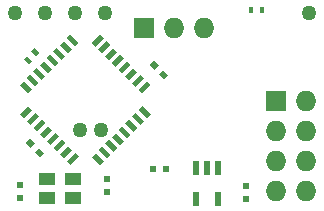
<source format=gts>
%FSLAX46Y46*%
G04 Gerber Fmt 4.6, Leading zero omitted, Abs format (unit mm)*
G04 Created by KiCad (PCBNEW (2014-10-27 BZR 5228)-product) date 4/10/2015 6:23:41 PM*
%MOMM*%
G01*
G04 APERTURE LIST*
%ADD10C,0.100000*%
%ADD11C,1.270000*%
%ADD12R,1.727200X1.727200*%
%ADD13O,1.727200X1.727200*%
%ADD14R,1.400000X1.100000*%
%ADD15R,0.500000X0.600000*%
%ADD16R,0.600000X0.500000*%
%ADD17R,0.400000X0.600000*%
%ADD18R,0.548640X1.198880*%
G04 APERTURE END LIST*
D10*
D11*
X1778000Y-1524000D03*
D12*
X12700000Y-2794000D03*
D13*
X15240000Y-2794000D03*
X17780000Y-2794000D03*
D12*
X23876000Y-9017000D03*
D13*
X26416000Y-9017000D03*
X23876000Y-11557000D03*
X26416000Y-11557000D03*
X23876000Y-14097000D03*
X26416000Y-14097000D03*
X23876000Y-16637000D03*
X26416000Y-16637000D03*
D11*
X4318000Y-1524000D03*
X6858000Y-1524000D03*
X9398000Y-1524000D03*
X26670000Y-1524000D03*
X9017000Y-11430000D03*
X7239000Y-11430000D03*
D14*
X4488000Y-15583000D03*
X4488000Y-17183000D03*
X6688000Y-17183000D03*
X6688000Y-15583000D03*
D10*
G36*
X6463721Y-14417348D02*
X6145820Y-14099447D01*
X6852927Y-13392340D01*
X7170828Y-13710241D01*
X6463721Y-14417348D01*
X6463721Y-14417348D01*
G37*
G36*
X5897965Y-13851592D02*
X5580064Y-13533691D01*
X6287171Y-12826584D01*
X6605072Y-13144485D01*
X5897965Y-13851592D01*
X5897965Y-13851592D01*
G37*
G36*
X5332209Y-13285835D02*
X5014308Y-12967934D01*
X5721415Y-12260827D01*
X6039316Y-12578728D01*
X5332209Y-13285835D01*
X5332209Y-13285835D01*
G37*
G36*
X4766453Y-12720079D02*
X4448552Y-12402178D01*
X5155659Y-11695071D01*
X5473560Y-12012972D01*
X4766453Y-12720079D01*
X4766453Y-12720079D01*
G37*
G36*
X4200697Y-12154323D02*
X3882796Y-11836422D01*
X4589903Y-11129315D01*
X4907804Y-11447216D01*
X4200697Y-12154323D01*
X4200697Y-12154323D01*
G37*
G36*
X3634941Y-11588567D02*
X3317040Y-11270666D01*
X4024147Y-10563559D01*
X4342048Y-10881460D01*
X3634941Y-11588567D01*
X3634941Y-11588567D01*
G37*
G36*
X3069184Y-11022811D02*
X2751283Y-10704910D01*
X3458390Y-9997803D01*
X3776291Y-10315704D01*
X3069184Y-11022811D01*
X3069184Y-11022811D01*
G37*
G36*
X2503428Y-10457055D02*
X2185527Y-10139154D01*
X2892634Y-9432047D01*
X3210535Y-9749948D01*
X2503428Y-10457055D01*
X2503428Y-10457055D01*
G37*
G36*
X8563843Y-4403825D02*
X8245942Y-4085924D01*
X8953049Y-3378817D01*
X9270950Y-3696718D01*
X8563843Y-4403825D01*
X8563843Y-4403825D01*
G37*
G36*
X12533116Y-8373098D02*
X12215215Y-8055197D01*
X12922322Y-7348090D01*
X13240223Y-7665991D01*
X12533116Y-8373098D01*
X12533116Y-8373098D01*
G37*
G36*
X11958379Y-7798362D02*
X11640478Y-7480461D01*
X12347585Y-6773354D01*
X12665486Y-7091255D01*
X11958379Y-7798362D01*
X11958379Y-7798362D01*
G37*
G36*
X11383643Y-7223625D02*
X11065742Y-6905724D01*
X11772849Y-6198617D01*
X12090750Y-6516518D01*
X11383643Y-7223625D01*
X11383643Y-7223625D01*
G37*
G36*
X10826867Y-6666849D02*
X10508966Y-6348948D01*
X11216073Y-5641841D01*
X11533974Y-5959742D01*
X10826867Y-6666849D01*
X10826867Y-6666849D01*
G37*
G36*
X10252131Y-6092113D02*
X9934230Y-5774212D01*
X10641337Y-5067105D01*
X10959238Y-5385006D01*
X10252131Y-6092113D01*
X10252131Y-6092113D01*
G37*
G36*
X9695355Y-5535337D02*
X9377454Y-5217436D01*
X10084561Y-4510329D01*
X10402462Y-4828230D01*
X9695355Y-5535337D01*
X9695355Y-5535337D01*
G37*
G36*
X9120618Y-4960601D02*
X8802717Y-4642700D01*
X9509824Y-3935593D01*
X9827725Y-4253494D01*
X9120618Y-4960601D01*
X9120618Y-4960601D01*
G37*
G36*
X2885450Y-8340769D02*
X2178343Y-7633662D01*
X2496244Y-7315761D01*
X3203351Y-8022868D01*
X2885450Y-8340769D01*
X2885450Y-8340769D01*
G37*
G36*
X3449410Y-7776809D02*
X2742303Y-7069702D01*
X3060204Y-6751801D01*
X3767311Y-7458908D01*
X3449410Y-7776809D01*
X3449410Y-7776809D01*
G37*
G36*
X4016962Y-7209257D02*
X3309855Y-6502150D01*
X3627756Y-6184249D01*
X4334863Y-6891356D01*
X4016962Y-7209257D01*
X4016962Y-7209257D01*
G37*
G36*
X4580922Y-6645297D02*
X3873815Y-5938190D01*
X4191716Y-5620289D01*
X4898823Y-6327396D01*
X4580922Y-6645297D01*
X4580922Y-6645297D01*
G37*
G36*
X5148475Y-6077744D02*
X4441368Y-5370637D01*
X4759269Y-5052736D01*
X5466376Y-5759843D01*
X5148475Y-6077744D01*
X5148475Y-6077744D01*
G37*
G36*
X5712435Y-5513784D02*
X5005328Y-4806677D01*
X5323229Y-4488776D01*
X6030336Y-5195883D01*
X5712435Y-5513784D01*
X5712435Y-5513784D01*
G37*
G36*
X6279987Y-4946232D02*
X5572880Y-4239125D01*
X5890781Y-3921224D01*
X6597888Y-4628331D01*
X6279987Y-4946232D01*
X6279987Y-4946232D01*
G37*
G36*
X6843947Y-4382272D02*
X6136840Y-3675165D01*
X6454741Y-3357264D01*
X7161848Y-4064371D01*
X6843947Y-4382272D01*
X6843947Y-4382272D01*
G37*
G36*
X8971009Y-14419144D02*
X8263902Y-13712037D01*
X8581803Y-13394136D01*
X9288910Y-14101243D01*
X8971009Y-14419144D01*
X8971009Y-14419144D01*
G37*
G36*
X9527785Y-13862368D02*
X8820678Y-13155261D01*
X9138579Y-12837360D01*
X9845686Y-13544467D01*
X9527785Y-13862368D01*
X9527785Y-13862368D01*
G37*
G36*
X10102521Y-13287631D02*
X9395414Y-12580524D01*
X9713315Y-12262623D01*
X10420422Y-12969730D01*
X10102521Y-13287631D01*
X10102521Y-13287631D01*
G37*
G36*
X10659297Y-12730856D02*
X9952190Y-12023749D01*
X10270091Y-11705848D01*
X10977198Y-12412955D01*
X10659297Y-12730856D01*
X10659297Y-12730856D01*
G37*
G36*
X11216073Y-12174080D02*
X10508966Y-11466973D01*
X10826867Y-11149072D01*
X11533974Y-11856179D01*
X11216073Y-12174080D01*
X11216073Y-12174080D01*
G37*
G36*
X11790809Y-11599343D02*
X11083702Y-10892236D01*
X11401603Y-10574335D01*
X12108710Y-11281442D01*
X11790809Y-11599343D01*
X11790809Y-11599343D01*
G37*
G36*
X12365546Y-11024607D02*
X11658439Y-10317500D01*
X11976340Y-9999599D01*
X12683447Y-10706706D01*
X12365546Y-11024607D01*
X12365546Y-11024607D01*
G37*
G36*
X12940282Y-10449871D02*
X12233175Y-9742764D01*
X12551076Y-9424863D01*
X13258183Y-10131970D01*
X12940282Y-10449871D01*
X12940282Y-10449871D01*
G37*
D15*
X2159000Y-16087000D03*
X2159000Y-17187000D03*
X9525000Y-16679000D03*
X9525000Y-15579000D03*
D10*
G36*
X13192182Y-5925736D02*
X13545736Y-5572182D01*
X13970000Y-5996446D01*
X13616446Y-6350000D01*
X13192182Y-5925736D01*
X13192182Y-5925736D01*
G37*
G36*
X13970000Y-6703554D02*
X14323554Y-6350000D01*
X14747818Y-6774264D01*
X14394264Y-7127818D01*
X13970000Y-6703554D01*
X13970000Y-6703554D01*
G37*
D16*
X13420000Y-14732000D03*
X14520000Y-14732000D03*
D10*
G36*
X2651182Y-12529736D02*
X3004736Y-12176182D01*
X3429000Y-12600446D01*
X3075446Y-12954000D01*
X2651182Y-12529736D01*
X2651182Y-12529736D01*
G37*
G36*
X3429000Y-13307554D02*
X3782554Y-12954000D01*
X4206818Y-13378264D01*
X3853264Y-13731818D01*
X3429000Y-13307554D01*
X3429000Y-13307554D01*
G37*
D15*
X21336000Y-17314000D03*
X21336000Y-16214000D03*
D10*
G36*
X3422487Y-4535249D02*
X3846751Y-4959513D01*
X3563909Y-5242355D01*
X3139645Y-4818091D01*
X3422487Y-4535249D01*
X3422487Y-4535249D01*
G37*
G36*
X2786091Y-5171645D02*
X3210355Y-5595909D01*
X2927513Y-5878751D01*
X2503249Y-5454487D01*
X2786091Y-5171645D01*
X2786091Y-5171645D01*
G37*
D17*
X21775000Y-1270000D03*
X22675000Y-1270000D03*
D18*
X18983960Y-14704060D03*
X18034000Y-14704060D03*
X17084040Y-14704060D03*
X17084040Y-17299940D03*
X18983960Y-17299940D03*
M02*

</source>
